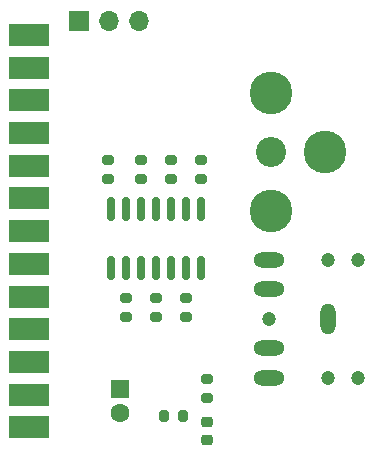
<source format=gts>
G04 #@! TF.GenerationSoftware,KiCad,Pcbnew,(6.0.0)*
G04 #@! TF.CreationDate,2022-11-09T00:51:05-05:00*
G04 #@! TF.ProjectId,Arrington 4 voice equivalent SMD,41727269-6e67-4746-9f6e-203420766f69,rev?*
G04 #@! TF.SameCoordinates,Original*
G04 #@! TF.FileFunction,Soldermask,Top*
G04 #@! TF.FilePolarity,Negative*
%FSLAX46Y46*%
G04 Gerber Fmt 4.6, Leading zero omitted, Abs format (unit mm)*
G04 Created by KiCad (PCBNEW (6.0.0)) date 2022-11-09 00:51:05*
%MOMM*%
%LPD*%
G01*
G04 APERTURE LIST*
G04 Aperture macros list*
%AMRoundRect*
0 Rectangle with rounded corners*
0 $1 Rounding radius*
0 $2 $3 $4 $5 $6 $7 $8 $9 X,Y pos of 4 corners*
0 Add a 4 corners polygon primitive as box body*
4,1,4,$2,$3,$4,$5,$6,$7,$8,$9,$2,$3,0*
0 Add four circle primitives for the rounded corners*
1,1,$1+$1,$2,$3*
1,1,$1+$1,$4,$5*
1,1,$1+$1,$6,$7*
1,1,$1+$1,$8,$9*
0 Add four rect primitives between the rounded corners*
20,1,$1+$1,$2,$3,$4,$5,0*
20,1,$1+$1,$4,$5,$6,$7,0*
20,1,$1+$1,$6,$7,$8,$9,0*
20,1,$1+$1,$8,$9,$2,$3,0*%
G04 Aperture macros list end*
%ADD10RoundRect,0.200000X0.275000X-0.200000X0.275000X0.200000X-0.275000X0.200000X-0.275000X-0.200000X0*%
%ADD11C,3.616000*%
%ADD12C,2.550000*%
%ADD13RoundRect,0.200000X-0.275000X0.200000X-0.275000X-0.200000X0.275000X-0.200000X0.275000X0.200000X0*%
%ADD14RoundRect,0.150000X0.150000X-0.825000X0.150000X0.825000X-0.150000X0.825000X-0.150000X-0.825000X0*%
%ADD15C,1.200000*%
%ADD16O,1.308000X2.616000*%
%ADD17O,2.616000X1.308000*%
%ADD18RoundRect,0.200000X0.200000X0.275000X-0.200000X0.275000X-0.200000X-0.275000X0.200000X-0.275000X0*%
%ADD19R,3.480000X1.846667*%
%ADD20R,1.700000X1.700000*%
%ADD21O,1.700000X1.700000*%
%ADD22RoundRect,0.225000X-0.250000X0.225000X-0.250000X-0.225000X0.250000X-0.225000X0.250000X0.225000X0*%
%ADD23R,1.600000X1.600000*%
%ADD24C,1.600000*%
G04 APERTURE END LIST*
D10*
X122428000Y-80835000D03*
X122428000Y-79185000D03*
X124968000Y-80835000D03*
X124968000Y-79185000D03*
D11*
X132226000Y-71802000D03*
X132226000Y-61802000D03*
X136726000Y-66802000D03*
D12*
X132226000Y-66802000D03*
D10*
X126746000Y-87693000D03*
X126746000Y-86043000D03*
D13*
X123698000Y-67501000D03*
X123698000Y-69151000D03*
D14*
X118618000Y-76643000D03*
X119888000Y-76643000D03*
X121158000Y-76643000D03*
X122428000Y-76643000D03*
X123698000Y-76643000D03*
X124968000Y-76643000D03*
X126238000Y-76643000D03*
X126238000Y-71693000D03*
X124968000Y-71693000D03*
X123698000Y-71693000D03*
X122428000Y-71693000D03*
X121158000Y-71693000D03*
X119888000Y-71693000D03*
X118618000Y-71693000D03*
D15*
X137028000Y-85962500D03*
X137028000Y-75962500D03*
X132028000Y-80962500D03*
X139528000Y-85962500D03*
X139528000Y-75962500D03*
D16*
X137028000Y-80962500D03*
D17*
X132028000Y-75962500D03*
X132028000Y-85962500D03*
X132028000Y-78462500D03*
X132028000Y-83462500D03*
D13*
X118364000Y-67501000D03*
X118364000Y-69151000D03*
D18*
X124777000Y-89154000D03*
X123127000Y-89154000D03*
D10*
X119888000Y-80835000D03*
X119888000Y-79185000D03*
D19*
X111737500Y-56913000D03*
X111737500Y-59683000D03*
X111737500Y-62453000D03*
X111737500Y-65223000D03*
X111737500Y-67993000D03*
X111737500Y-70763000D03*
X111737500Y-73533000D03*
X111737500Y-76303000D03*
X111737500Y-79073000D03*
X111737500Y-81843000D03*
X111737500Y-84613000D03*
X111737500Y-87383000D03*
X111737500Y-90153000D03*
D20*
X115966000Y-55753000D03*
D21*
X118506000Y-55753000D03*
X121046000Y-55753000D03*
D22*
X126746000Y-89649000D03*
X126746000Y-91199000D03*
D23*
X119380000Y-86928888D03*
D24*
X119380000Y-88928888D03*
D13*
X126238000Y-67501000D03*
X126238000Y-69151000D03*
X121158000Y-67501000D03*
X121158000Y-69151000D03*
M02*

</source>
